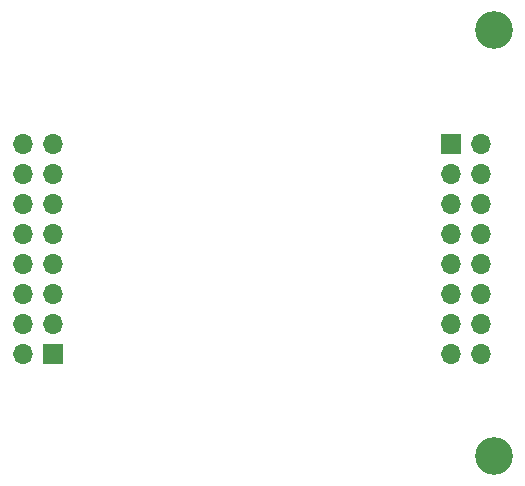
<source format=gbs>
G04 #@! TF.GenerationSoftware,KiCad,Pcbnew,(6.0.6)*
G04 #@! TF.CreationDate,2024-05-02T18:03:26+02:00*
G04 #@! TF.ProjectId,digital-isolator-2t6r,64696769-7461-46c2-9d69-736f6c61746f,rev?*
G04 #@! TF.SameCoordinates,Original*
G04 #@! TF.FileFunction,Soldermask,Bot*
G04 #@! TF.FilePolarity,Negative*
%FSLAX46Y46*%
G04 Gerber Fmt 4.6, Leading zero omitted, Abs format (unit mm)*
G04 Created by KiCad (PCBNEW (6.0.6)) date 2024-05-02 18:03:26*
%MOMM*%
%LPD*%
G01*
G04 APERTURE LIST*
%ADD10C,3.200000*%
%ADD11R,1.700000X1.700000*%
%ADD12O,1.700000X1.700000*%
G04 APERTURE END LIST*
D10*
X136420000Y-25850000D03*
D11*
X99050000Y-53275000D03*
D12*
X96510000Y-53275000D03*
X99050000Y-50735000D03*
X96510000Y-50735000D03*
X99050000Y-48195000D03*
X96510000Y-48195000D03*
X99050000Y-45655000D03*
X96510000Y-45655000D03*
X99050000Y-43115000D03*
X96510000Y-43115000D03*
X99050000Y-40575000D03*
X96510000Y-40575000D03*
X99050000Y-38035000D03*
X96510000Y-38035000D03*
X99050000Y-35495000D03*
X96510000Y-35495000D03*
D10*
X136420000Y-61850000D03*
D11*
X132800000Y-35475000D03*
D12*
X135340000Y-35475000D03*
X132800000Y-38015000D03*
X135340000Y-38015000D03*
X132800000Y-40555000D03*
X135340000Y-40555000D03*
X132800000Y-43095000D03*
X135340000Y-43095000D03*
X132800000Y-45635000D03*
X135340000Y-45635000D03*
X132800000Y-48175000D03*
X135340000Y-48175000D03*
X132800000Y-50715000D03*
X135340000Y-50715000D03*
X132800000Y-53255000D03*
X135340000Y-53255000D03*
M02*

</source>
